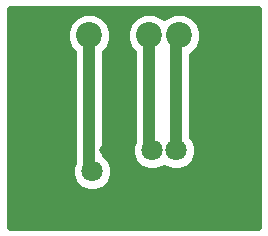
<source format=gbr>
G04 #@! TF.FileFunction,Copper,L2,Bot,Signal*
%FSLAX46Y46*%
G04 Gerber Fmt 4.6, Leading zero omitted, Abs format (unit mm)*
G04 Created by KiCad (PCBNEW 4.0.7-e2-6376~61~ubuntu18.04.1) date Sat May 19 10:38:45 2018*
%MOMM*%
%LPD*%
G01*
G04 APERTURE LIST*
%ADD10C,0.100000*%
%ADD11C,2.200000*%
%ADD12C,0.800000*%
%ADD13C,1.800000*%
%ADD14C,2.499360*%
%ADD15C,3.251200*%
%ADD16C,1.000000*%
%ADD17C,0.554000*%
G04 APERTURE END LIST*
D10*
D11*
X6985000Y16510000D03*
D12*
X9525000Y16510000D03*
D11*
X12065000Y16510000D03*
X14605000Y16510000D03*
D12*
X9273540Y5024120D03*
D13*
X7244080Y5024120D03*
D12*
X8257540Y6804660D03*
X10287000Y6804660D03*
X11303000Y5024120D03*
D13*
X12316460Y6804660D03*
D12*
X13332460Y5024120D03*
D13*
X14345920Y6804660D03*
D14*
X18915380Y5913120D03*
X2674620Y5913120D03*
D15*
X17134840Y2484120D03*
X4455160Y2484120D03*
D16*
X6985000Y16510000D02*
X6985000Y5283200D01*
X6985000Y5283200D02*
X7244080Y5024120D01*
X12065000Y16510000D02*
X12065000Y7056120D01*
X12065000Y7056120D02*
X12316460Y6804660D01*
X14345920Y6804660D02*
X14345920Y16250920D01*
X14345920Y16250920D02*
X14605000Y16510000D01*
D17*
G36*
X21313000Y277000D02*
X277000Y277000D01*
X277000Y16118476D01*
X5007657Y16118476D01*
X5308003Y15391582D01*
X5608000Y15091061D01*
X5608000Y5717764D01*
X5467390Y5379138D01*
X5466773Y4672204D01*
X5736735Y4018846D01*
X6236176Y3518532D01*
X6889062Y3247430D01*
X7595996Y3246813D01*
X8249354Y3516775D01*
X8749668Y4016216D01*
X9020770Y4669102D01*
X9021387Y5376036D01*
X8751425Y6029394D01*
X8362000Y6419500D01*
X8362000Y15091134D01*
X8660042Y15388657D01*
X8961656Y16115025D01*
X8961659Y16118476D01*
X10087657Y16118476D01*
X10388003Y15391582D01*
X10688000Y15091061D01*
X10688000Y7516655D01*
X10539770Y7159678D01*
X10539153Y6452744D01*
X10809115Y5799386D01*
X11308556Y5299072D01*
X11961442Y5027970D01*
X12668376Y5027353D01*
X13321734Y5297315D01*
X13330768Y5306333D01*
X13338016Y5299072D01*
X13990902Y5027970D01*
X14697836Y5027353D01*
X15351194Y5297315D01*
X15851508Y5796756D01*
X16122610Y6449642D01*
X16123227Y7156576D01*
X15853265Y7809934D01*
X15722920Y7940507D01*
X15722920Y14832797D01*
X15723418Y14833003D01*
X16280042Y15388657D01*
X16581656Y16115025D01*
X16582343Y16901524D01*
X16281997Y17628418D01*
X15726343Y18185042D01*
X14999975Y18486656D01*
X14213476Y18487343D01*
X13486582Y18186997D01*
X13335223Y18035902D01*
X13186343Y18185042D01*
X12459975Y18486656D01*
X11673476Y18487343D01*
X10946582Y18186997D01*
X10389958Y17631343D01*
X10088344Y16904975D01*
X10087657Y16118476D01*
X8961659Y16118476D01*
X8962343Y16901524D01*
X8661997Y17628418D01*
X8106343Y18185042D01*
X7379975Y18486656D01*
X6593476Y18487343D01*
X5866582Y18186997D01*
X5309958Y17631343D01*
X5008344Y16904975D01*
X5007657Y16118476D01*
X277000Y16118476D01*
X277000Y18773000D01*
X21313000Y18773000D01*
X21313000Y277000D01*
X21313000Y277000D01*
G37*
X21313000Y277000D02*
X277000Y277000D01*
X277000Y16118476D01*
X5007657Y16118476D01*
X5308003Y15391582D01*
X5608000Y15091061D01*
X5608000Y5717764D01*
X5467390Y5379138D01*
X5466773Y4672204D01*
X5736735Y4018846D01*
X6236176Y3518532D01*
X6889062Y3247430D01*
X7595996Y3246813D01*
X8249354Y3516775D01*
X8749668Y4016216D01*
X9020770Y4669102D01*
X9021387Y5376036D01*
X8751425Y6029394D01*
X8362000Y6419500D01*
X8362000Y15091134D01*
X8660042Y15388657D01*
X8961656Y16115025D01*
X8961659Y16118476D01*
X10087657Y16118476D01*
X10388003Y15391582D01*
X10688000Y15091061D01*
X10688000Y7516655D01*
X10539770Y7159678D01*
X10539153Y6452744D01*
X10809115Y5799386D01*
X11308556Y5299072D01*
X11961442Y5027970D01*
X12668376Y5027353D01*
X13321734Y5297315D01*
X13330768Y5306333D01*
X13338016Y5299072D01*
X13990902Y5027970D01*
X14697836Y5027353D01*
X15351194Y5297315D01*
X15851508Y5796756D01*
X16122610Y6449642D01*
X16123227Y7156576D01*
X15853265Y7809934D01*
X15722920Y7940507D01*
X15722920Y14832797D01*
X15723418Y14833003D01*
X16280042Y15388657D01*
X16581656Y16115025D01*
X16582343Y16901524D01*
X16281997Y17628418D01*
X15726343Y18185042D01*
X14999975Y18486656D01*
X14213476Y18487343D01*
X13486582Y18186997D01*
X13335223Y18035902D01*
X13186343Y18185042D01*
X12459975Y18486656D01*
X11673476Y18487343D01*
X10946582Y18186997D01*
X10389958Y17631343D01*
X10088344Y16904975D01*
X10087657Y16118476D01*
X8961659Y16118476D01*
X8962343Y16901524D01*
X8661997Y17628418D01*
X8106343Y18185042D01*
X7379975Y18486656D01*
X6593476Y18487343D01*
X5866582Y18186997D01*
X5309958Y17631343D01*
X5008344Y16904975D01*
X5007657Y16118476D01*
X277000Y16118476D01*
X277000Y18773000D01*
X21313000Y18773000D01*
X21313000Y277000D01*
M02*

</source>
